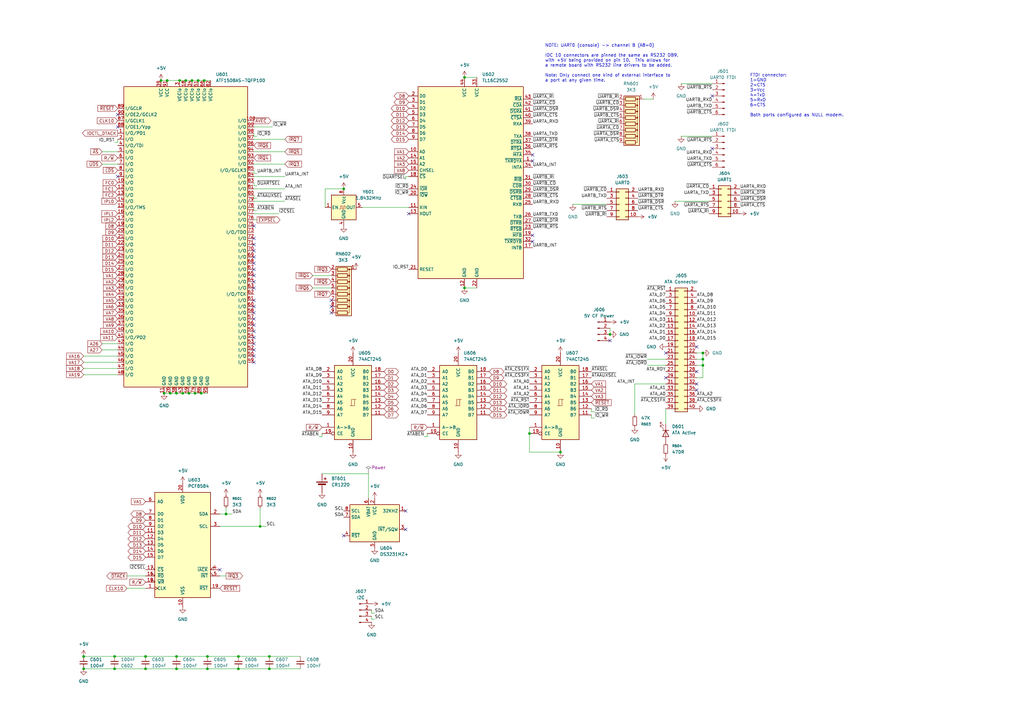
<source format=kicad_sch>
(kicad_sch (version 20250114) (generator "eeschema") (generator_version "9.0")
  (paper "A3")
  (text "FTDI connector:\n1=GND\n2=CTS\n3=Vcc\n4=TxD\n5=RxD\n6=CTS\n\nBoth ports configured as NULL modem." (at 307.594 39.116 0) (effects (font (size 1.27 1.27)) (justify left)))
  (text "NOTE: UART0 (console) -> channel B (A8=0)\n\nIDC 10 connectors are pinned the same as RS232 DB9,\nwith +5V being provided on pin 10.  This allows for\na remote board with RS232 line drivers to be added.\n\nNote: Only connect one kind of external interface to\na port at any given time." (at 223.52 25.908 0) (effects (font (size 1.27 1.27)) (justify left)))
  (junction (at 77.47 161.29))
  (junction (at 106.68 215.9))
  (junction (at 288.29 147.32))
  (junction (at 66.04 33.02))
  (junction (at 190.5 31.75))
  (junction (at 74.93 161.29))
  (junction (at 140.97 77.47))
  (junction (at 288.29 149.86))
  (junction (at 80.01 161.29))
  (junction (at 73.66 33.02))
  (junction (at 82.55 161.29))
  (junction (at 110.49 274.32))
  (junction (at 288.29 144.78))
  (junction (at 85.09 269.24))
  (junction (at 83.82 33.02))
  (junction (at 76.2 33.02))
  (junction (at 250.19 137.16))
  (junction (at 85.09 274.32))
  (junction (at 68.58 33.02))
  (junction (at 97.79 274.32))
  (junction (at 110.49 269.24))
  (junction (at 34.29 274.32))
  (junction (at 78.74 33.02))
  (junction (at 46.99 269.24))
  (junction (at 97.79 269.24))
  (junction (at 72.39 274.32))
  (junction (at 217.17 177.8))
  (junction (at 46.99 274.32))
  (junction (at 69.85 161.29))
  (junction (at 72.39 269.24))
  (junction (at 229.87 185.42))
  (junction (at 92.71 210.82))
  (junction (at 34.29 269.24))
  (junction (at 190.5 118.11))
  (junction (at 72.39 161.29))
  (junction (at 67.31 161.29))
  (junction (at 59.69 274.32))
  (junction (at 81.28 33.02))
  (junction (at 59.69 269.24))
  (no_connect (at 273.05 154.94))
  (no_connect (at 48.26 46.99))
  (no_connect (at 167.64 87.63))
  (no_connect (at 104.14 148.59))
  (no_connect (at 135.89 125.73))
  (no_connect (at 166.37 209.55))
  (no_connect (at 140.97 219.71))
  (no_connect (at 285.75 160.02))
  (no_connect (at 104.14 100.33))
  (no_connect (at 104.14 107.95))
  (no_connect (at 104.14 102.87))
  (no_connect (at 104.14 133.35))
  (no_connect (at 166.37 217.17))
  (no_connect (at 48.26 52.07))
  (no_connect (at 292.1 39.37))
  (no_connect (at 104.14 135.89))
  (no_connect (at 292.1 60.96))
  (no_connect (at 250.19 139.7))
  (no_connect (at 218.44 99.06))
  (no_connect (at 104.14 97.79))
  (no_connect (at 285.75 157.48))
  (no_connect (at 104.14 128.27))
  (no_connect (at 104.14 110.49))
  (no_connect (at 104.14 146.05))
  (no_connect (at 285.75 152.4))
  (no_connect (at 104.14 118.11))
  (no_connect (at 285.75 142.24))
  (no_connect (at 104.14 123.19))
  (no_connect (at 104.14 113.03))
  (no_connect (at 104.14 138.43))
  (no_connect (at 90.17 233.68))
  (no_connect (at 48.26 72.39))
  (no_connect (at 104.14 143.51))
  (no_connect (at 104.14 130.81))
  (no_connect (at 104.14 125.73))
  (no_connect (at 273.05 144.78))
  (no_connect (at 104.14 115.57))
  (no_connect (at 104.14 140.97))
  (no_connect (at 218.44 96.52))
  (no_connect (at 104.14 92.71))
  (no_connect (at 135.89 128.27))
  (no_connect (at 135.89 123.19))
  (no_connect (at 218.44 63.5))
  (no_connect (at 104.14 105.41))
  (no_connect (at 218.44 66.04))
  (wire (pts (xy 130.81 179.07) (xy 132.08 179.07)))
  (wire (pts (xy 80.01 161.29) (xy 82.55 161.29)))
  (wire (pts (xy 106.68 215.9) (xy 109.22 215.9)))
  (wire (pts (xy 276.86 82.55) (xy 290.83 82.55)))
  (wire (pts (xy 285.75 149.86) (xy 288.29 149.86)))
  (wire (pts (xy 104.14 76.2) (xy 104.14 74.93)))
  (wire (pts (xy 34.29 151.13) (xy 48.26 151.13)))
  (wire (pts (xy 85.09 269.24) (xy 97.79 269.24)))
  (wire (pts (xy 152.4 254) (xy 152.4 252.73)))
  (wire (pts (xy 132.08 179.07) (xy 132.08 177.8)))
  (wire (pts (xy 78.74 33.02) (xy 81.28 33.02)))
  (wire (pts (xy 41.91 143.51) (xy 48.26 143.51)))
  (wire (pts (xy 288.29 147.32) (xy 288.29 149.86)))
  (wire (pts (xy 67.31 161.29) (xy 69.85 161.29)))
  (wire (pts (xy 66.04 33.02) (xy 68.58 33.02)))
  (wire (pts (xy 190.5 118.11) (xy 195.58 118.11)))
  (wire (pts (xy 110.49 269.24) (xy 123.19 269.24)))
  (wire (pts (xy 242.57 168.91) (xy 242.57 167.64)))
  (wire (pts (xy 217.17 185.42) (xy 217.17 177.8)))
  (wire (pts (xy 97.79 274.32) (xy 110.49 274.32)))
  (wire (pts (xy 85.09 274.32) (xy 97.79 274.32)))
  (wire (pts (xy 175.26 179.07) (xy 175.26 177.8)))
  (wire (pts (xy 265.43 147.32) (xy 273.05 147.32)))
  (wire (pts (xy 68.58 33.02) (xy 73.66 33.02)))
  (wire (pts (xy 41.91 62.23) (xy 48.26 62.23)))
  (wire (pts (xy 104.14 57.15) (xy 116.84 57.15)))
  (wire (pts (xy 52.07 236.22) (xy 59.69 236.22)))
  (wire (pts (xy 77.47 161.29) (xy 80.01 161.29)))
  (wire (pts (xy 104.14 86.36) (xy 104.14 85.09)))
  (wire (pts (xy 104.14 82.55) (xy 116.84 82.55)))
  (wire (pts (xy 105.41 71.12) (xy 104.14 71.12)))
  (wire (pts (xy 104.14 77.47) (xy 116.84 77.47)))
  (wire (pts (xy 46.99 58.42) (xy 48.26 58.42)))
  (wire (pts (xy 234.95 83.82) (xy 248.92 83.82)))
  (wire (pts (xy 82.55 161.29) (xy 85.09 161.29)))
  (wire (pts (xy 106.68 215.9) (xy 106.68 208.28)))
  (wire (pts (xy 48.26 58.42) (xy 48.26 57.15)))
  (wire (pts (xy 34.29 274.32) (xy 46.99 274.32)))
  (wire (pts (xy 104.14 67.31) (xy 116.84 67.31)))
  (wire (pts (xy 279.4 34.29) (xy 292.1 34.29)))
  (wire (pts (xy 74.93 161.29) (xy 77.47 161.29)))
  (wire (pts (xy 265.43 149.86) (xy 273.05 149.86)))
  (wire (pts (xy 52.07 241.3) (xy 59.69 241.3)))
  (wire (pts (xy 90.17 210.82) (xy 92.71 210.82)))
  (wire (pts (xy 285.75 144.78) (xy 288.29 144.78)))
  (wire (pts (xy 133.35 85.09) (xy 133.35 77.47)))
  (wire (pts (xy 92.71 210.82) (xy 92.71 208.28)))
  (wire (pts (xy 34.29 153.67) (xy 48.26 153.67)))
  (wire (pts (xy 151.13 194.31) (xy 151.13 204.47)))
  (wire (pts (xy 152.4 251.46) (xy 152.4 250.19)))
  (wire (pts (xy 69.85 161.29) (xy 72.39 161.29)))
  (wire (pts (xy 104.14 52.07) (xy 111.76 52.07)))
  (wire (pts (xy 288.29 154.94) (xy 285.75 154.94)))
  (wire (pts (xy 128.27 113.03) (xy 135.89 113.03)))
  (wire (pts (xy 166.37 72.39) (xy 166.37 73.66)))
  (wire (pts (xy 167.64 72.39) (xy 166.37 72.39)))
  (wire (pts (xy 133.35 77.47) (xy 140.97 77.47)))
  (wire (pts (xy 97.79 269.24) (xy 110.49 269.24)))
  (wire (pts (xy 104.14 87.63) (xy 114.3 87.63)))
  (wire (pts (xy 92.71 210.82) (xy 95.25 210.82)))
  (wire (pts (xy 34.29 148.59) (xy 48.26 148.59)))
  (wire (pts (xy 34.29 146.05) (xy 48.26 146.05)))
  (wire (pts (xy 243.84 168.91) (xy 242.57 168.91)))
  (wire (pts (xy 217.17 175.26) (xy 217.17 177.8)))
  (wire (pts (xy 41.91 140.97) (xy 48.26 140.97)))
  (wire (pts (xy 288.29 149.86) (xy 288.29 154.94)))
  (wire (pts (xy 250.19 134.62) (xy 250.19 137.16)))
  (wire (pts (xy 260.35 157.48) (xy 273.05 157.48)))
  (wire (pts (xy 46.99 274.32) (xy 59.69 274.32)))
  (wire (pts (xy 173.99 179.07) (xy 175.26 179.07)))
  (wire (pts (xy 59.69 269.24) (xy 72.39 269.24)))
  (wire (pts (xy 273.05 167.64) (xy 273.05 173.99)))
  (wire (pts (xy 148.59 85.09) (xy 167.64 85.09)))
  (wire (pts (xy 105.41 90.17) (xy 104.14 90.17)))
  (wire (pts (xy 105.41 55.88) (xy 104.14 55.88)))
  (wire (pts (xy 104.14 62.23) (xy 116.84 62.23)))
  (wire (pts (xy 76.2 33.02) (xy 78.74 33.02)))
  (wire (pts (xy 229.87 185.42) (xy 217.17 185.42)))
  (wire (pts (xy 104.14 81.28) (xy 104.14 80.01)))
  (wire (pts (xy 46.99 269.24) (xy 59.69 269.24)))
  (wire (pts (xy 34.29 269.24) (xy 46.99 269.24)))
  (wire (pts (xy 105.41 81.28) (xy 104.14 81.28)))
  (wire (pts (xy 105.41 76.2) (xy 104.14 76.2)))
  (wire (pts (xy 285.75 147.32) (xy 288.29 147.32)))
  (wire (pts (xy 104.14 55.88) (xy 104.14 54.61)))
  (wire (pts (xy 73.66 33.02) (xy 76.2 33.02)))
  (wire (pts (xy 104.14 72.39) (xy 116.84 72.39)))
  (wire (pts (xy 279.4 55.88) (xy 292.1 55.88)))
  (wire (pts (xy 72.39 274.32) (xy 85.09 274.32)))
  (wire (pts (xy 243.84 171.45) (xy 242.57 171.45)))
  (wire (pts (xy 190.5 31.75) (xy 195.58 31.75)))
  (wire (pts (xy 105.41 86.36) (xy 104.14 86.36)))
  (wire (pts (xy 128.27 118.11) (xy 135.89 118.11)))
  (wire (pts (xy 110.49 274.32) (xy 123.19 274.32)))
  (wire (pts (xy 59.69 274.32) (xy 72.39 274.32)))
  (wire (pts (xy 41.91 67.31) (xy 48.26 67.31)))
  (wire (pts (xy 242.57 171.45) (xy 242.57 170.18)))
  (wire (pts (xy 72.39 269.24) (xy 85.09 269.24)))
  (wire (pts (xy 153.67 254) (xy 152.4 254)))
  (wire (pts (xy 260.35 157.48) (xy 260.35 170.18)))
  (wire (pts (xy 104.14 71.12) (xy 104.14 69.85)))
  (wire (pts (xy 153.67 251.46) (xy 152.4 251.46)))
  (wire (pts (xy 81.28 33.02) (xy 83.82 33.02)))
  (wire (pts (xy 288.29 144.78) (xy 288.29 147.32)))
  (wire (pts (xy 264.16 40.64) (xy 267.97 40.64)))
  (wire (pts (xy 90.17 215.9) (xy 106.68 215.9)))
  (wire (pts (xy 72.39 161.29) (xy 74.93 161.29)))
  (wire (pts (xy 83.82 33.02) (xy 86.36 33.02)))
  (wire (pts (xy 90.17 236.22) (xy 92.71 236.22)))
  (wire (pts (xy 132.08 194.31) (xy 151.13 194.31)))
  (label "~{UARTA_CTS}" (at 254 58.42 180))
  (label "ATA_INT" (at 116.84 77.47 0))
  (label "~{ATA_IOWR}" (at 265.43 147.32 180))
  (label "ATA_D4" (at 175.26 162.56 180))
  (label "~{ATASEL}" (at 116.84 82.55 0))
  (label "~{ATA_IORD}" (at 217.17 167.64 180))
  (label "ATA_D6" (at 175.26 167.64 180))
  (label "~{UARTB_CTS}" (at 254 48.26 180))
  (label "ATA_D5" (at 175.26 165.1 180))
  (label "~{UARTB_CD}" (at 218.44 76.2 0))
  (label "ATA_D15" (at 285.75 139.7 0))
  (label "~{UARTA_CD}" (at 218.44 43.18 0))
  (label "ATA_D5" (at 273.05 127 180))
  (label "~{UARTB_DSR}" (at 254 45.72 180))
  (label "ATA_D2" (at 175.26 157.48 180))
  (label "UARTB_TXD" (at 248.92 81.28 180))
  (label "~{DUARTSEL}" (at 166.37 73.66 180))
  (label "ATA_D10" (at 285.75 127 0))
  (label "ATA_D14" (at 132.08 167.64 180))
  (label "ATA_A1" (at 217.17 160.02 180))
  (label "UARTB_TXD" (at 292.1 44.45 180))
  (label "~{UARTB_CTS}" (at 261.62 86.36 0))
  (label "UARTA_INT" (at 218.44 68.58 0))
  (label "UARTB_INT" (at 105.41 71.12 0))
  (label "~{UARTB_RTS}" (at 248.92 86.36 180))
  (label "~{UARTA_RTS}" (at 290.83 85.09 180))
  (label "ATA_D11" (at 285.75 129.54 0))
  (label "~{UARTB_CD}" (at 248.92 78.74 180))
  (label "SDA" (at 140.97 212.09 180))
  (label "~{UARTA_DTR}" (at 218.44 58.42 0))
  (label "SDA" (at 95.25 210.82 0))
  (label "SCL" (at 140.97 209.55 180))
  (label "~{IO_RD}" (at 105.41 55.88 0))
  (label "~{UARTB_CTS}" (at 218.44 81.28 0))
  (label "~{IO_WR}" (at 167.64 80.01 180))
  (label "~{IO_WR}" (at 111.76 52.07 0))
  (label "~{UARTA_DSR}" (at 218.44 45.72 0))
  (label "~{UARTA_CD}" (at 254 53.34 180))
  (label "ATA_D1" (at 175.26 154.94 180))
  (label "~{DUARTSEL}" (at 105.41 76.2 0))
  (label "ATA_A0" (at 273.05 162.56 180))
  (label "~{UARTB_RTS}" (at 218.44 93.98 0))
  (label "~{UARTA_DSR}" (at 303.53 82.55 0))
  (label "ATA_D10" (at 132.08 157.48 180))
  (label "UARTA_TXD" (at 290.83 80.01 180))
  (label "IO_RST" (at 46.99 58.42 180))
  (label "UARTA_RXD" (at 218.44 50.8 0))
  (label "UARTB_INT" (at 218.44 101.6 0))
  (label "~{UARTA_CTS}" (at 292.1 68.58 180))
  (label "~{ATA_IOWR}" (at 217.17 170.18 180))
  (label "ATA_D2" (at 273.05 134.62 180))
  (label "~{ATA_CS1FX}" (at 273.05 165.1 180))
  (label "~{UARTA_RI}" (at 290.83 87.63 180))
  (label "~{UARTB_DSR}" (at 261.62 83.82 0))
  (label "~{ATA_IORD}" (at 265.43 149.86 180))
  (label "~{I2CSEL}" (at 114.3 87.63 0))
  (label "ATA_D12" (at 132.08 162.56 180))
  (label "ATA_D9" (at 285.75 124.46 0))
  (label "~{ATA_RST}" (at 273.05 119.38 180))
  (label "ATA_D12" (at 285.75 132.08 0))
  (label "UARTB_RXD" (at 261.62 78.74 0))
  (label "~{UARTB_DTR}" (at 261.62 81.28 0))
  (label "~{IO_RD}" (at 167.64 77.47 180))
  (label "~{UARTA_RI}" (at 218.44 40.64 0))
  (label "UARTA_TXD" (at 218.44 55.88 0))
  (label "ATA_A1" (at 273.05 160.02 180))
  (label "ATA_D14" (at 285.75 137.16 0))
  (label "ATA_A2" (at 217.17 162.56 180))
  (label "~{ATABEN}" (at 130.81 179.07 180))
  (label "UARTA_INT" (at 116.84 72.39 0))
  (label "~{UARTB_RI}" (at 254 40.64 180))
  (label "ATA_D7" (at 175.26 170.18 180))
  (label "ATA_D3" (at 175.26 160.02 180))
  (label "~{UARTA_RTS}" (at 218.44 60.96 0))
  (label "UARTB_TXD" (at 218.44 88.9 0))
  (label "~{UARTB_CTS}" (at 292.1 46.99 180))
  (label "UARTB_RXD" (at 292.1 41.91 180))
  (label "~{UARTA_RI}" (at 254 50.8 180))
  (label "UARTA_RXD" (at 303.53 77.47 0))
  (label "ATA_D9" (at 132.08 154.94 180))
  (label "~{UARTA_DTR}" (at 303.53 80.01 0))
  (label "ATA_INT" (at 260.35 157.48 180))
  (label "~{UARTA_DSR}" (at 254 55.88 180))
  (label "~{I2CSEL}" (at 59.69 233.68 180))
  (label "~{ATABEN}" (at 173.99 179.07 180))
  (label "~{UARTA_CTS}" (at 218.44 48.26 0))
  (label "~{ATA_CS1FX}" (at 217.17 152.4 180))
  (label "ATA_RDY" (at 273.05 152.4 180))
  (label "~{UARTA_RTS}" (at 292.1 58.42 180))
  (label "ATA_D7" (at 273.05 121.92 180))
  (label "~{ATA_CS3FX}" (at 217.17 154.94 180))
  (label "UARTA_TXD" (at 292.1 66.04 180))
  (label "SCL" (at 153.67 254 0))
  (label "~{ATAAUXSEL}" (at 242.57 154.94 0))
  (label "IO_RST" (at 167.64 110.49 180))
  (label "ATA_D6" (at 273.05 124.46 180))
  (label "ATA_D1" (at 273.05 137.16 180))
  (label "ATA_D8" (at 132.08 152.4 180))
  (label "~{UARTB_RI}" (at 248.92 88.9 180))
  (label "~{UARTB_CD}" (at 254 43.18 180))
  (label "~{ATABEN}" (at 105.41 86.36 0))
  (label "SCL" (at 109.22 215.9 0))
  (label "~{UARTA_CTS}" (at 303.53 85.09 0))
  (label "~{UARTA_CD}" (at 290.83 77.47 180))
  (label "~{ATAAUXSEL}" (at 105.41 81.28 0))
  (label "~{ATA_CS3FX}" (at 285.75 165.1 0))
  (label "ATA_D15" (at 132.08 170.18 180))
  (label "~{UARTB_DSR}" (at 218.44 78.74 0))
  (label "~{UARTB_RTS}" (at 292.1 36.83 180))
  (label "~{ATASEL}" (at 242.57 152.4 0))
  (label "ATA_D13" (at 132.08 165.1 180))
  (label "~{IO_WR}" (at 243.84 171.45 0))
  (label "UARTA_RXD" (at 292.1 63.5 180))
  (label "ATA_D3" (at 273.05 132.08 180))
  (label "~{UARTB_RI}" (at 218.44 73.66 0))
  (label "~{IO_RD}" (at 243.84 168.91 0))
  (label "~{UARTB_DTR}" (at 218.44 91.44 0))
  (label "ATA_D0" (at 273.05 139.7 180))
  (label "ATA_D4" (at 273.05 129.54 180))
  (label "ATA_D13" (at 285.75 134.62 0))
  (label "ATA_A2" (at 285.75 162.56 0))
  (label "ATA_A0" (at 217.17 157.48 180))
  (label "ATA_D11" (at 132.08 160.02 180))
  (label "~{ATA_RST}" (at 217.17 165.1 180))
  (label "ATA_D8" (at 285.75 121.92 0))
  (label "SDA" (at 153.67 251.46 0))
  (label "ATA_D0" (at 175.26 152.4 180))
  (label "UARTB_RXD" (at 218.44 83.82 0))
  (global_label "A26" (shape input) (at 41.91 140.97 180) (property "Intersheetrefs" "${INTERSHEET_REFS}" (effects (hide yes))))
  (global_label "VA1" (shape input) (at 242.57 157.48 0) (property "Intersheetrefs" "${INTERSHEET_REFS}" (effects (hide yes))))
  (global_label "VA16" (shape input) (at 34.29 146.05 180) (property "Intersheetrefs" "${INTERSHEET_REFS}" (effects (hide yes))))
  (global_label "VA9" (shape input) (at 48.26 133.35 180) (property "Intersheetrefs" "${INTERSHEET_REFS}" (effects (hide yes))))
  (global_label "D12" (shape bidirectional) (at 167.64 49.53 180) (property "Intersheetrefs" "${INTERSHEET_REFS}" (effects (hide yes))))
  (global_label "D8" (shape bidirectional) (at 200.66 152.4 0) (property "Intersheetrefs" "${INTERSHEET_REFS}" (effects (hide yes))))
  (global_label "IOCTL_DTACK" (shape output) (at 48.26 54.61 180) (property "Intersheetrefs" "${INTERSHEET_REFS}" (effects (hide yes))))
  (global_label "~{IRQ4}" (shape input) (at 128.27 113.03 180) (property "Intersheetrefs" "${INTERSHEET_REFS}" (effects (hide yes))))
  (global_label "D13" (shape bidirectional) (at 167.64 52.07 180) (property "Intersheetrefs" "${INTERSHEET_REFS}" (effects (hide yes))))
  (global_label "IPL2" (shape input) (at 48.26 90.17 180) (property "Intersheetrefs" "${INTERSHEET_REFS}" (effects (hide yes))))
  (global_label "~{LDS}" (shape input) (at 48.26 69.85 180) (property "Intersheetrefs" "${INTERSHEET_REFS}" (effects (hide yes))))
  (global_label "VA18" (shape input) (at 34.29 151.13 180) (property "Intersheetrefs" "${INTERSHEET_REFS}" (effects (hide yes))))
  (global_label "D0" (shape bidirectional) (at 157.48 152.4 0) (property "Intersheetrefs" "${INTERSHEET_REFS}" (effects (hide yes))))
  (global_label "R{slash}~{W}" (shape input) (at 132.08 175.26 180) (property "Intersheetrefs" "${INTERSHEET_REFS}" (effects (hide yes))))
  (global_label "FC1" (shape input) (at 48.26 77.47 180) (property "Intersheetrefs" "${INTERSHEET_REFS}" (effects (hide yes))))
  (global_label "~{IRQ3}" (shape input) (at 135.89 110.49 180) (property "Intersheetrefs" "${INTERSHEET_REFS}" (effects (hide yes))))
  (global_label "D9" (shape bidirectional) (at 200.66 154.94 0) (property "Intersheetrefs" "${INTERSHEET_REFS}" (effects (hide yes))))
  (global_label "VA2" (shape input) (at 242.57 160.02 0) (property "Intersheetrefs" "${INTERSHEET_REFS}" (effects (hide yes))))
  (global_label "CLK10" (shape input) (at 52.07 241.3 180) (property "Intersheetrefs" "${INTERSHEET_REFS}" (effects (hide yes))))
  (global_label "R{slash}~{W}" (shape input) (at 175.26 175.26 180) (property "Intersheetrefs" "${INTERSHEET_REFS}" (effects (hide yes))))
  (global_label "VA4" (shape input) (at 48.26 120.65 180) (property "Intersheetrefs" "${INTERSHEET_REFS}" (effects (hide yes))))
  (global_label "~{IRQ5}" (shape input) (at 116.84 62.23 0) (property "Intersheetrefs" "${INTERSHEET_REFS}" (effects (hide yes))))
  (global_label "VA8" (shape input) (at 167.64 69.85 180) (property "Intersheetrefs" "${INTERSHEET_REFS}" (effects (hide yes))))
  (global_label "A27" (shape input) (at 41.91 143.51 180) (property "Intersheetrefs" "${INTERSHEET_REFS}" (effects (hide yes))))
  (global_label "D9" (shape bidirectional) (at 167.64 41.91 180) (property "Intersheetrefs" "${INTERSHEET_REFS}" (effects (hide yes))))
  (global_label "D15" (shape input) (at 48.26 110.49 180) (property "Intersheetrefs" "${INTERSHEET_REFS}" (effects (hide yes))))
  (global_label "~{RESET}" (shape input) (at 48.26 44.45 180) (property "Intersheetrefs" "${INTERSHEET_REFS}" (effects (hide yes))))
  (global_label "D15" (shape bidirectional) (at 167.64 57.15 180) (property "Intersheetrefs" "${INTERSHEET_REFS}" (effects (hide yes))))
  (global_label "D14" (shape bidirectional) (at 200.66 167.64 0) (property "Intersheetrefs" "${INTERSHEET_REFS}" (effects (hide yes))))
  (global_label "VA1" (shape input) (at 167.64 62.23 180) (property "Intersheetrefs" "${INTERSHEET_REFS}" (effects (hide yes))))
  (global_label "~{RESET}" (shape input) (at 242.57 165.1 0) (property "Intersheetrefs" "${INTERSHEET_REFS}" (effects (hide yes))))
  (global_label "D7" (shape bidirectional) (at 157.48 170.18 0) (property "Intersheetrefs" "${INTERSHEET_REFS}" (effects (hide yes))))
  (global_label "D6" (shape bidirectional) (at 157.48 167.64 0) (property "Intersheetrefs" "${INTERSHEET_REFS}" (effects (hide yes))))
  (global_label "~{IRQ6}" (shape input) (at 104.14 59.69 0) (property "Intersheetrefs" "${INTERSHEET_REFS}" (effects (hide yes))))
  (global_label "~{EXPSEL}" (shape output) (at 105.41 90.17 0) (property "Intersheetrefs" "${INTERSHEET_REFS}" (effects (hide yes))))
  (global_label "D9" (shape input) (at 48.26 95.25 180) (property "Intersheetrefs" "${INTERSHEET_REFS}" (effects (hide yes))))
  (global_label "~{AS}" (shape input) (at 41.91 62.23 180) (property "Intersheetrefs" "${INTERSHEET_REFS}" (effects (hide yes))))
  (global_label "VA1" (shape input) (at 59.69 205.74 180) (property "Intersheetrefs" "${INTERSHEET_REFS}" (effects (hide yes))))
  (global_label "D9" (shape bidirectional) (at 59.69 213.36 180) (property "Intersheetrefs" "${INTERSHEET_REFS}" (effects (hide yes))))
  (global_label "VA11" (shape input) (at 48.26 138.43 180) (property "Intersheetrefs" "${INTERSHEET_REFS}" (effects (hide yes))))
  (global_label "VA10" (shape input) (at 48.26 135.89 180) (property "Intersheetrefs" "${INTERSHEET_REFS}" (effects (hide yes))))
  (global_label "D1" (shape bidirectional) (at 157.48 154.94 0) (property "Intersheetrefs" "${INTERSHEET_REFS}" (effects (hide yes))))
  (global_label "VA1" (shape input) (at 48.26 113.03 180) (property "Intersheetrefs" "${INTERSHEET_REFS}" (effects (hide yes))))
  (global_label "~{IRQ4}" (shape input) (at 104.14 64.77 0) (property "Intersheetrefs" "${INTERSHEET_REFS}" (effects (hide yes))))
  (global_label "D13" (shape bidirectional) (at 200.66 165.1 0) (property "Intersheetrefs" "${INTERSHEET_REFS}" (effects (hide yes))))
  (global_label "D4" (shape bidirectional) (at 157.48 162.56 0) (property "Intersheetrefs" "${INTERSHEET_REFS}" (effects (hide yes))))
  (global_label "D13" (shape input) (at 48.26 105.41 180) (property "Intersheetrefs" "${INTERSHEET_REFS}" (effects (hide yes))))
  (global_label "D14" (shape input) (at 48.26 107.95 180) (property "Intersheetrefs" "${INTERSHEET_REFS}" (effects (hide yes))))
  (global_label "~{IRQ3}" (shape output) (at 92.71 236.22 0) (property "Intersheetrefs" "${INTERSHEET_REFS}" (effects (hide yes))))
  (global_label "D8" (shape bidirectional) (at 167.64 39.37 180) (property "Intersheetrefs" "${INTERSHEET_REFS}" (effects (hide yes))))
  (global_label "D12" (shape input) (at 48.26 102.87 180) (property "Intersheetrefs" "${INTERSHEET_REFS}" (effects (hide yes))))
  (global_label "VA6" (shape input) (at 48.26 125.73 180) (property "Intersheetrefs" "${INTERSHEET_REFS}" (effects (hide yes))))
  (global_label "D10" (shape input) (at 48.26 97.79 180) (property "Intersheetrefs" "${INTERSHEET_REFS}" (effects (hide yes))))
  (global_label "~{DTACK}" (shape output) (at 52.07 236.22 180) (property "Intersheetrefs" "${INTERSHEET_REFS}" (effects (hide yes))))
  (global_label "D11" (shape input) (at 48.26 100.33 180) (property "Intersheetrefs" "${INTERSHEET_REFS}" (effects (hide yes))))
  (global_label "R{slash}~{W}" (shape input) (at 59.69 238.76 180) (property "Intersheetrefs" "${INTERSHEET_REFS}" (effects (hide yes))))
  (global_label "~{IRQ6}" (shape input) (at 128.27 118.11 180) (property "Intersheetrefs" "${INTERSHEET_REFS}" (effects (hide yes))))
  (global_label "VA17" (shape input) (at 34.29 148.59 180) (property "Intersheetrefs" "${INTERSHEET_REFS}" (effects (hide yes))))
  (global_label "~{IRQ7}" (shape input) (at 135.89 120.65 180) (property "Intersheetrefs" "${INTERSHEET_REFS}" (effects (hide yes))))
  (global_label "FC2" (shape input) (at 48.26 80.01 180) (property "Intersheetrefs" "${INTERSHEET_REFS}" (effects (hide yes))))
  (global_label "VA2" (shape input) (at 167.64 64.77 180) (property "Intersheetrefs" "${INTERSHEET_REFS}" (effects (hide yes))))
  (global_label "D14" (shape bidirectional) (at 167.64 54.61 180) (property "Intersheetrefs" "${INTERSHEET_REFS}" (effects (hide yes))))
  (global_label "D10" (shape bidirectional) (at 59.69 215.9 180) (property "Intersheetrefs" "${INTERSHEET_REFS}" (effects (hide yes))))
  (global_label "~{IRQ5}" (shape input) (at 135.89 115.57 180) (property "Intersheetrefs" "${INTERSHEET_REFS}" (effects (hide yes))))
  (global_label "D11" (shape bidirectional) (at 167.64 46.99 180) (property "Intersheetrefs" "${INTERSHEET_REFS}" (effects (hide yes))))
  (global_label "D8" (shape input) (at 48.26 92.71 180) (property "Intersheetrefs" "${INTERSHEET_REFS}" (effects (hide yes))))
  (global_label "IPL0" (shape input) (at 48.26 82.55 180) (property "Intersheetrefs" "${INTERSHEET_REFS}" (effects (hide yes))))
  (global_label "FC0" (shape input) (at 48.26 74.93 180) (property "Intersheetrefs" "${INTERSHEET_REFS}" (effects (hide yes))))
  (global_label "D15" (shape bidirectional) (at 200.66 170.18 0) (property "Intersheetrefs" "${INTERSHEET_REFS}" (effects (hide yes))))
  (global_label "VA5" (shape input) (at 48.26 123.19 180) (property "Intersheetrefs" "${INTERSHEET_REFS}" (effects (hide yes))))
  (global_label "VA3" (shape input) (at 48.26 118.11 180) (property "Intersheetrefs" "${INTERSHEET_REFS}" (effects (hide yes))))
  (global_label "D12" (shape bidirectional) (at 59.69 220.98 180) (property "Intersheetrefs" "${INTERSHEET_REFS}" (effects (hide yes))))
  (global_label "D10" (shape bidirectional) (at 167.64 44.45 180) (property "Intersheetrefs" "${INTERSHEET_REFS}" (effects (hide yes))))
  (global_label "IPL1" (shape input) (at 48.26 87.63 180) (property "Intersheetrefs" "${INTERSHEET_REFS}" (effects (hide yes))))
  (global_label "D11" (shape bidirectional) (at 59.69 218.44 180) (property "Intersheetrefs" "${INTERSHEET_REFS}" (effects (hide yes))))
  (global_label "VA2" (shape input) (at 48.26 115.57 180) (property "Intersheetrefs" "${INTERSHEET_REFS}" (effects (hide yes))))
  (global_label "D12" (shape bidirectional) (at 200.66 162.56 0) (property "Intersheetrefs" "${INTERSHEET_REFS}" (effects (hide yes))))
  (global_label "CLK10" (shape input) (at 48.26 49.53 180) (property "Intersheetrefs" "${INTERSHEET_REFS}" (effects (hide yes))))
  (global_label "D3" (shape bidirectional) (at 157.48 160.02 0) (property "Intersheetrefs" "${INTERSHEET_REFS}" (effects (hide yes))))
  (global_label "~{UDS}" (shape input) (at 41.91 67.31 180) (property "Intersheetrefs" "${INTERSHEET_REFS}" (effects (hide yes))))
  (global_label "D8" (shape bidirectional) (at 59.69 210.82 180) (property "Intersheetrefs" "${INTERSHEET_REFS}" (effects (hide yes))))
  (global_label "VA7" (shape input) (at 48.26 128.27 180) (property "Intersheetrefs" "${INTERSHEET_REFS}" (effects (hide yes))))
  (global_label "D14" (shape bidirectional) (at 59.69 226.06 180) (property "Intersheetrefs" "${INTERSHEET_REFS}" (effects (hide yes))))
  (global_label "D13" (shape bidirectional) (at 59.69 223.52 180) (property "Intersheetrefs" "${INTERSHEET_REFS}" (effects (hide yes))))
  (global_label "VA8" (shape input) (at 48.26 130.81 180) (property "Intersheetrefs" "${INTERSHEET_REFS}" (effects (hide yes))))
  (global_label "VA19" (shape input) (at 34.29 153.67 180) (property "Intersheetrefs" "${INTERSHEET_REFS}" (effects (hide yes))))
  (global_label "VA3" (shape input) (at 167.64 67.31 180) (property "Intersheetrefs" "${INTERSHEET_REFS}" (effects (hide yes))))
  (global_label "D5" (shape bidirectional) (at 157.48 165.1 0) (property "Intersheetrefs" "${INTERSHEET_REFS}" (effects (hide yes))))
  (global_label "VA3" (shape input) (at 242.57 162.56 0) (property "Intersheetrefs" "${INTERSHEET_REFS}" (effects (hide yes))))
  (global_label "D11" (shape bidirectional) (at 200.66 160.02 0) (property "Intersheetrefs" "${INTERSHEET_REFS}" (effects (hide yes))))
  (global_label "~{RESET}" (shape input) (at 90.17 241.3 0) (property "Intersheetrefs" "${INTERSHEET_REFS}" (effects (hide yes))))
  (global_label "D15" (shape bidirectional) (at 59.69 228.6 180) (property "Intersheetrefs" "${INTERSHEET_REFS}" (effects (hide yes))))
  (global_label "D10" (shape bidirectional) (at 200.66 157.48 0) (property "Intersheetrefs" "${INTERSHEET_REFS}" (effects (hide yes))))
  (global_label "~{IRQ7}" (shape input) (at 116.84 57.15 0) (property "Intersheetrefs" "${INTERSHEET_REFS}" (effects (hide yes))))
  (global_label "D2" (shape bidirectional) (at 157.48 157.48 0) (property "Intersheetrefs" "${INTERSHEET_REFS}" (effects (hide yes))))
  (global_label "~{AVEC}" (shape output) (at 104.14 49.53 0) (property "Intersheetrefs" "${INTERSHEET_REFS}" (effects (hide yes))))
  (global_label "~{IRQ3}" (shape input) (at 116.84 67.31 0) (property "Intersheetrefs" "${INTERSHEET_REFS}" (effects (hide yes))))
  (global_label "R{slash}~{W}" (shape input) (at 48.26 64.77 180) (property "Intersheetrefs" "${INTERSHEET_REFS}" (effects (hide yes))))
  (netclass_flag "" (length 2.54) (shape diamond) (at 151.13 194.31 0) (property "Netclass" "Power" (at 152.3365 191.77 0) (effects (justify left))))
  (symbol (lib_id "power:GND") (at 285.75 167.64 90) (unit 1)
    (property "Reference" "#PWR0628" (effects (hide yes)))
    (property "Value" "GND" (at 289.56 167.6399 90) (effects (justify right)))
    (property "Description" "Power symbol creates a global label with name \"GND\" , ground" (effects (hide yes)))
  )
  (symbol (lib_id "power:GND") (at 153.67 224.79 0) (unit 1)
    (property "Reference" "#PWR0604" (effects (hide yes)))
    (property "Value" "GND" (at 153.67 229.87 0))
    (property "Description" "Power symbol creates a global label with name \"GND\" , ground" (effects (hide yes)))
  )
  (symbol (lib_id "Device:C_Small") (at 123.19 271.78 0) (unit 1)
    (property "Reference" "C608" (at 125.73 270.5162 0) (effects (justify left)))
    (property "Value" "100nF" (at 125.73 273.0562 0) (effects (justify left)))
    (property "Footprint" "Capacitor_SMD:C_0805_2012Metric_Pad1.18x1.45mm_HandSolder" (effects (hide yes)))
    (property "Description" "Unpolarized capacitor, small symbol" (effects (hide yes)))
  )
  (symbol (lib_id "Device:R_Small") (at 92.71 205.74 0) (unit 1)
    (property "Reference" "R601" (at 95.25 204.4699 0) (effects (font (size 1.016 1.016)) (justify left)))
    (property "Value" "3K3" (at 95.25 207.0099 0) (effects (justify left)))
    (property "Footprint" "Resistor_SMD:R_0805_2012Metric_Pad1.20x1.40mm_HandSolder" (effects (hide yes)))
    (property "Description" "Resistor, small symbol" (effects (hide yes)))
  )
  (symbol (lib_id "Device:C_Small") (at 46.99 271.78 0) (mirror x) (unit 1)
    (property "Reference" "C602" (at 49.53 273.0438 0) (effects (justify left)))
    (property "Value" "100nF" (at 49.53 270.5038 0) (effects (justify left)))
    (property "Footprint" "Capacitor_SMD:C_0805_2012Metric_Pad1.18x1.45mm_HandSolder" (effects (hide yes)))
    (property "Description" "Unpolarized capacitor, small symbol" (effects (hide yes)))
  )
  (symbol (lib_id "power:+5V") (at 153.67 204.47 0) (unit 1)
    (property "Reference" "#PWR0605" (effects (hide yes)))
    (property "Value" "+5V" (at 153.67 199.39 0))
    (property "Description" "Power symbol creates a global label with name \"+5V\"" (effects (hide yes)))
  )
  (symbol (lib_id "power:GND") (at 74.93 248.92 0) (unit 1)
    (property "Reference" "#PWR0606" (effects (hide yes)))
    (property "Value" "GND" (at 74.93 254 0))
    (property "Description" "Power symbol creates a global label with name \"GND\" , ground" (effects (hide yes)))
  )
  (symbol (lib_id "Oscillator:CXO_DIP8") (at 140.97 85.09 0) (unit 1)
    (property "Reference" "Y601" (at 151.13 78.6698 0))
    (property "Value" "1.8432MHz" (at 151.13 81.2098 0))
    (property "Footprint" "Oscillator:Oscillator_DIP-8" (effects (hide yes)))
    (property "Datasheet" "http://cdn-reichelt.de/documents/datenblatt/B400/OSZI.pdf" (effects (hide yes)))
    (property "Description" "Crystal Clock Oscillator, DIP8-style metal package" (effects (hide yes)))
  )
  (symbol (lib_id "jrt-ICs:TL16C2552") (at 193.04 74.93 0) (unit 1)
    (property "Reference" "U602" (at 197.7233 30.48 0) (effects (justify left)))
    (property "Value" "TL16C2552" (at 197.7233 33.02 0) (effects (justify left)))
    (property "Footprint" "Package_LCC:PLCC-44_THT-Socket" (effects (hide yes)))
    (property "Datasheet" "https://www.ti.com/lit/ds/symlink/tl16c2552.pdf" (effects (hide yes)))
    (property "Description" "Dual TL16C550-compatible UART" (effects (hide yes)))
  )
  (symbol (lib_id "Device:R_Small") (at 273.05 184.15 0) (unit 1)
    (property "Reference" "R604" (at 275.59 182.8799 0) (effects (font (size 1.016 1.016)) (justify left)))
    (property "Value" "470R" (at 275.59 185.4199 0) (effects (justify left)))
    (property "Footprint" "Resistor_SMD:R_0805_2012Metric_Pad1.20x1.40mm_HandSolder" (effects (hide yes)))
    (property "Description" "Resistor, small symbol" (effects (hide yes)))
  )
  (symbol (lib_id "power:GND") (at 260.35 175.26 0) (unit 1)
    (property "Reference" "#PWR0627" (effects (hide yes)))
    (property "Value" "GND" (at 260.35 180.34 0))
    (property "Description" "Power symbol creates a global label with name \"GND\" , ground" (effects (hide yes)))
  )
  (symbol (lib_id "74xx:74HC245") (at 229.87 165.1 0) (unit 1)
    (property "Reference" "U607" (at 232.0133 144.78 0) (effects (justify left)))
    (property "Value" "74ACT245" (at 232.0133 147.32 0) (effects (justify left)))
    (property "Footprint" "Package_DIP:DIP-20_W7.62mm_Socket" (effects (hide yes)))
    (property "Datasheet" "http://www.ti.com/lit/gpn/sn74HC245" (effects (hide yes)))
    (property "Description" "Octal BUS Transceivers, 3-State outputs" (effects (hide yes)))
  )
  (symbol (lib_id "74xx:74HC245") (at 187.96 165.1 0) (unit 1)
    (property "Reference" "U606" (at 190.1033 144.78 0) (effects (justify left)))
    (property "Value" "74ACT245" (at 190.1033 147.32 0) (effects (justify left)))
    (property "Footprint" "Package_DIP:DIP-20_W7.62mm_Socket" (effects (hide yes)))
    (property "Datasheet" "http://www.ti.com/lit/gpn/sn74HC245" (effects (hide yes)))
    (property "Description" "Octal BUS Transceivers, 3-State outputs" (effects (hide yes)))
  )
  (symbol (lib_id "Device:R_Network08") (at 140.97 120.65 270) (unit 1)
    (property "Reference" "RN602" (at 140.716 104.14 90))
    (property "Value" "3K3" (at 140.716 106.68 90))
    (property "Footprint" "Resistor_THT:R_Array_SIP9" (effects (hide yes)))
    (property "Datasheet" "http://www.vishay.com/docs/31509/csc.pdf" (effects (hide yes)))
    (property "Description" "8 resistor network, star topology, bussed resistors, small symbol" (effects (hide yes)))
  )
  (symbol (lib_id "power:+5V") (at 146.05 110.49 0) (unit 1)
    (property "Reference" "#PWR0638" (effects (hide yes)))
    (property "Value" "+5V" (at 146.05 105.41 0))
    (property "Description" "Power symbol creates a global label with name \"+5V\"" (effects (hide yes)))
  )
  (symbol (lib_id "Device:C_Small") (at 85.09 271.78 0) (unit 1)
    (property "Reference" "C605" (at 87.63 270.5162 0) (effects (justify left)))
    (property "Value" "100nF" (at 87.63 273.0562 0) (effects (justify left)))
    (property "Footprint" "Capacitor_SMD:C_0805_2012Metric_Pad1.18x1.45mm_HandSolder" (effects (hide yes)))
    (property "Description" "Unpolarized capacitor, small symbol" (effects (hide yes)))
  )
  (symbol (lib_id "power:GND") (at 132.08 201.93 0) (unit 1)
    (property "Reference" "#PWR0603" (effects (hide yes)))
    (property "Value" "GND" (at 132.08 207.01 0))
    (property "Description" "Power symbol creates a global label with name \"GND\" , ground" (effects (hide yes)))
  )
  (symbol (lib_id "power:+5V") (at 34.29 269.24 0) (unit 1)
    (property "Reference" "#PWR0630" (effects (hide yes)))
    (property "Value" "+5V" (at 34.29 264.16 0))
    (property "Description" "Power symbol creates a global label with name \"+5V\"" (effects (hide yes)))
  )
  (symbol (lib_id "power:+5V") (at 152.4 247.65 270) (unit 1)
    (property "Reference" "#PWR0636" (effects (hide yes)))
    (property "Value" "+5V" (at 156.21 247.6499 90) (effects (justify left)))
    (property "Description" "Power symbol creates a global label with name \"+5V\"" (effects (hide yes)))
  )
  (symbol (lib_id "Connector_Generic:Conn_02x05_Odd_Even") (at 254 83.82 0) (unit 1)
    (property "Reference" "J603" (at 255.27 72.39 0))
    (property "Value" "UART0" (at 255.27 74.93 0))
    (property "Footprint" "Connector_IDC:IDC-Header_2x05_P2.54mm_Vertical" (effects (hide yes)))
    (property "Description" "Generic connector, double row, 02x05, odd/even pin numbering scheme (row 1 odd numbers, row 2 even numbers), script generated (kicad-library-utils/schlib/autogen/connector/)" (effects (hide yes)))
  )
  (symbol (lib_id "power:GND") (at 140.97 92.71 0) (unit 1)
    (property "Reference" "#PWR0609" (effects (hide yes)))
    (property "Value" "GND" (at 140.97 97.79 0))
    (property "Description" "Power symbol creates a global label with name \"GND\" , ground" (effects (hide yes)))
  )
  (symbol (lib_id "Device:C_Small") (at 72.39 271.78 0) (unit 1)
    (property "Reference" "C604" (at 74.93 270.5162 0) (effects (justify left)))
    (property "Value" "100nF" (at 74.93 273.0562 0) (effects (justify left)))
    (property "Footprint" "Capacitor_SMD:C_0805_2012Metric_Pad1.18x1.45mm_HandSolder" (effects (hide yes)))
    (property "Description" "Unpolarized capacitor, small symbol" (effects (hide yes)))
  )
  (symbol (lib_id "power:+5V") (at 229.87 144.78 0) (unit 1)
    (property "Reference" "#PWR0624" (effects (hide yes)))
    (property "Value" "+5V" (at 229.87 139.7 0))
    (property "Description" "Power symbol creates a global label with name \"+5V\"" (effects (hide yes)))
  )
  (symbol (lib_id "power:GND") (at 279.4 34.29 0) (unit 1)
    (property "Reference" "#PWR0613" (effects (hide yes)))
    (property "Value" "GND" (at 279.4 39.37 0))
    (property "Description" "Power symbol creates a global label with name \"GND\" , ground" (effects (hide yes)))
  )
  (symbol (lib_id "power:+5V") (at 267.97 40.64 0) (unit 1)
    (property "Reference" "#PWR0612" (effects (hide yes)))
    (property "Value" "+5V" (at 267.97 35.56 0))
    (property "Description" "Power symbol creates a global label with name \"+5V\"" (effects (hide yes)))
  )
  (symbol (lib_id "power:GND") (at 234.95 83.82 0) (unit 1)
    (property "Reference" "#PWR0615" (effects (hide yes)))
    (property "Value" "GND" (at 234.95 88.9 0))
    (property "Description" "Power symbol creates a global label with name \"GND\" , ground" (effects (hide yes)))
  )
  (symbol (lib_id "Interface_Expansion:PCF8584") (at 74.93 223.52 0) (unit 1)
    (property "Reference" "U603" (at 77.0733 196.85 0) (effects (justify left)))
    (property "Value" "PCF8584" (at 77.0733 199.39 0) (effects (justify left)))
    (property "Footprint" "Package_DIP:DIP-20_W7.62mm_Socket" (effects (hide yes)))
    (property "Datasheet" "http://www.nxp.com/docs/en/data-sheet/PCF8584.pdf" (effects (hide yes)))
    (property "Description" "I2C Bus Controller, DIP/SOIC-20" (effects (hide yes)))
  )
  (symbol (lib_id "Connector:Conn_01x06_Pin") (at 297.18 60.96 0) (mirror y) (unit 1)
    (property "Reference" "J602" (at 296.545 50.8 0))
    (property "Value" "UART1 FTDI" (at 296.545 53.34 0))
    (property "Footprint" "Connector_PinHeader_2.54mm:PinHeader_1x06_P2.54mm_Horizontal" (effects (hide yes)))
    (property "Description" "Generic connector, single row, 01x06, script generated" (effects (hide yes)))
  )
  (symbol (lib_id "power:+5V") (at 92.71 203.2 0) (unit 1)
    (property "Reference" "#PWR0601" (effects (hide yes)))
    (property "Value" "+5V" (at 92.71 198.12 0))
    (property "Description" "Power symbol creates a global label with name \"+5V\"" (effects (hide yes)))
  )
  (symbol (lib_id "Device:C_Small") (at 34.29 271.78 0) (unit 1)
    (property "Reference" "C601" (at 36.83 270.5162 0) (effects (justify left)))
    (property "Value" "100nF" (at 36.83 273.0562 0) (effects (justify left)))
    (property "Footprint" "Capacitor_SMD:C_0805_2012Metric_Pad1.18x1.45mm_HandSolder" (effects (hide yes)))
    (property "Description" "Unpolarized capacitor, small symbol" (effects (hide yes)))
  )
  (symbol (lib_id "power:GND") (at 288.29 144.78 90) (unit 1)
    (property "Reference" "#PWR0626" (effects (hide yes)))
    (property "Value" "GND" (at 292.1 144.7799 90) (effects (justify right)))
    (property "Description" "Power symbol creates a global label with name \"GND\" , ground" (effects (hide yes)))
  )
  (symbol (lib_id "Connector:Conn_01x04_Pin") (at 147.32 250.19 0) (unit 1)
    (property "Reference" "J607" (at 147.955 242.57 0))
    (property "Value" "I2C" (at 147.955 245.11 0))
    (property "Footprint" "Connector_PinHeader_2.54mm:PinHeader_1x04_P2.54mm_Vertical" (effects (hide yes)))
    (property "Description" "Generic connector, single row, 01x04, script generated" (effects (hide yes)))
  )
  (symbol (lib_id "power:+5V") (at 66.04 33.02 0) (unit 1)
    (property "Reference" "#PWR0632" (effects (hide yes)))
    (property "Value" "+5V" (at 66.04 27.94 0))
    (property "Description" "Power symbol creates a global label with name \"+5V\"" (effects (hide yes)))
  )
  (symbol (lib_id "Device:LED") (at 273.05 177.8 270) (unit 1)
    (property "Reference" "D601" (at 275.59 174.9424 90) (effects (justify left)))
    (property "Value" "ATA Active" (at 275.59 177.4824 90) (effects (justify left)))
    (property "Footprint" "LED_SMD:LED_0805_2012Metric_Pad1.15x1.40mm_HandSolder" (effects (hide yes)))
    (property "Description" "Light emitting diode" (effects (hide yes)))
    (property "Sim.Pins" "1=K 2=A" (effects (hide yes)))
  )
  (symbol (lib_id "Timer_RTC:DS3231MZ") (at 153.67 214.63 0) (unit 1)
    (property "Reference" "U604" (at 155.8133 224.79 0) (effects (justify left)))
    (property "Value" "DS3231MZ+" (at 155.8133 227.33 0) (effects (justify left)))
    (property "Footprint" "Package_SO:SOIC-8_3.9x4.9mm_P1.27mm" (effects (hide yes)))
    (property "Datasheet" "http://datasheets.maximintegrated.com/en/ds/DS3231M.pdf" (effects (hide yes)))
    (property "Description" "±5ppm, I2C Real-Time Clock SOIC-8" (effects (hide yes)))
  )
  (symbol (lib_id "74xx:74HC245") (at 144.78 165.1 0) (unit 1)
    (property "Reference" "U605" (at 146.9233 144.78 0) (effects (justify left)))
    (property "Value" "74ACT245" (at 146.9233 147.32 0) (effects (justify left)))
    (property "Footprint" "Package_DIP:DIP-20_W7.62mm_Socket" (effects (hide yes)))
    (property "Datasheet" "http://www.ti.com/lit/gpn/sn74HC245" (effects (hide yes)))
    (property "Description" "Octal BUS Transceivers, 3-State outputs" (effects (hide yes)))
  )
  (symbol (lib_id "power:GND") (at 279.4 55.88 0) (unit 1)
    (property "Reference" "#PWR0614" (effects (hide yes)))
    (property "Value" "GND" (at 279.4 60.96 0))
    (property "Description" "Power symbol creates a global label with name \"GND\" , ground" (effects (hide yes)))
  )
  (symbol (lib_id "Device:Battery_Cell") (at 132.08 199.39 0) (unit 1)
    (property "Reference" "BT601" (at 135.89 196.2784 0) (effects (justify left)))
    (property "Value" "CR1220" (at 135.89 198.8184 0) (effects (justify left)))
    (property "Footprint" "Battery:BatteryHolder_Keystone_500" (effects (hide yes)))
    (property "Description" "Single-cell battery" (effects (hide yes)))
  )
  (symbol (lib_id "power:GND") (at 144.78 185.42 0) (unit 1)
    (property "Reference" "#PWR0619" (effects (hide yes)))
    (property "Value" "GND" (at 144.78 190.5 0))
    (property "Description" "Power symbol creates a global label with name \"GND\" , ground" (effects (hide yes)))
  )
  (symbol (lib_id "power:GND") (at 273.05 142.24 270) (unit 1)
    (property "Reference" "#PWR0625" (effects (hide yes)))
    (property "Value" "GND" (at 269.24 142.2399 90) (effects (justify right)))
    (property "Description" "Power symbol creates a global label with name \"GND\" , ground" (effects (hide yes)))
  )
  (symbol (lib_id "Connector_Generic:Conn_02x05_Odd_Even") (at 295.91 82.55 0) (unit 1)
    (property "Reference" "J604" (at 297.18 71.12 0))
    (property "Value" "UART1" (at 297.18 73.66 0))
    (property "Footprint" "Connector_IDC:IDC-Header_2x05_P2.54mm_Vertical" (effects (hide yes)))
    (property "Description" "Generic connector, double row, 02x05, odd/even pin numbering scheme (row 1 odd numbers, row 2 even numbers), script generated (kicad-library-utils/schlib/autogen/connector/)" (effects (hide yes)))
  )
  (symbol (lib_id "power:+5V") (at 250.19 132.08 270) (unit 1)
    (property "Reference" "#PWR0634" (effects (hide yes)))
    (property "Value" "+5V" (at 254 132.0799 90) (effects (justify left)))
    (property "Description" "Power symbol creates a global label with name \"+5V\"" (effects (hide yes)))
  )
  (symbol (lib_id "power:GND") (at 190.5 118.11 0) (unit 1)
    (property "Reference" "#PWR0611" (effects (hide yes)))
    (property "Value" "GND" (at 190.5 123.19 0))
    (property "Description" "Power symbol creates a global label with name \"GND\" , ground" (effects (hide yes)))
  )
  (symbol (lib_id "power:GND") (at 152.4 255.27 0) (unit 1)
    (property "Reference" "#PWR0637" (effects (hide yes)))
    (property "Value" "GND" (at 152.4 260.35 0))
    (property "Description" "Power symbol creates a global label with name \"GND\" , ground" (effects (hide yes)))
  )
  (symbol (lib_id "power:GND") (at 187.96 185.42 0) (unit 1)
    (property "Reference" "#PWR0620" (effects (hide yes)))
    (property "Value" "GND" (at 187.96 190.5 0))
    (property "Description" "Power symbol creates a global label with name \"GND\" , ground" (effects (hide yes)))
  )
  (symbol (lib_id "power:GND") (at 250.19 137.16 90) (unit 1)
    (property "Reference" "#PWR0635" (effects (hide yes)))
    (property "Value" "GND" (at 254 137.1599 90) (effects (justify right)))
    (property "Description" "Power symbol creates a global label with name \"GND\" , ground" (effects (hide yes)))
  )
  (symbol (lib_id "Device:R_Network08") (at 259.08 50.8 270) (unit 1)
    (property "Reference" "RN601" (at 258.826 34.29 90))
    (property "Value" "3K3" (at 258.826 36.83 90))
    (property "Footprint" "Resistor_THT:R_Array_SIP9" (effects (hide yes)))
    (property "Datasheet" "http://www.vishay.com/docs/31509/csc.pdf" (effects (hide yes)))
    (property "Description" "8 resistor network, star topology, bussed resistors, small symbol" (effects (hide yes)))
  )
  (symbol (lib_id "Device:R_Small") (at 260.35 172.72 0) (mirror x) (unit 1)
    (property "Reference" "R603" (at 262.89 173.9901 0) (effects (font (size 1.016 1.016)) (justify left)))
    (property "Value" "47K" (at 262.89 171.4501 0) (effects (justify left)))
    (property "Footprint" "Resistor_SMD:R_0805_2012Metric_Pad1.20x1.40mm_HandSolder" (effects (hide yes)))
    (property "Description" "Resistor, small symbol" (effects (hide yes)))
  )
  (symbol (lib_id "Device:C_Small") (at 110.49 271.78 0) (unit 1)
    (property "Reference" "C607" (at 113.03 270.5162 0) (effects (justify left)))
    (property "Value" "100nF" (at 113.03 273.0562 0) (effects (justify left)))
    (property "Footprint" "Capacitor_SMD:C_0805_2012Metric_Pad1.18x1.45mm_HandSolder" (effects (hide yes)))
    (property "Description" "Unpolarized capacitor, small symbol" (effects (hide yes)))
  )
  (symbol (lib_id "power:+5V") (at 303.53 87.63 270) (unit 1)
    (property "Reference" "#PWR0618" (effects (hide yes)))
    (property "Value" "+5V" (at 307.34 87.6299 90) (effects (justify left)))
    (property "Description" "Power symbol creates a global label with name \"+5V\"" (effects (hide yes)))
  )
  (symbol (lib_id "Device:C_Small") (at 97.79 271.78 0) (unit 1)
    (property "Reference" "C606" (at 100.33 270.5162 0) (effects (justify left)))
    (property "Value" "100nF" (at 100.33 273.0562 0) (effects (justify left)))
    (property "Footprint" "Capacitor_SMD:C_0805_2012Metric_Pad1.18x1.45mm_HandSolder" (effects (hide yes)))
    (property "Description" "Unpolarized capacitor, small symbol" (effects (hide yes)))
  )
  (symbol (lib_id "power:+5V") (at 74.93 198.12 0) (unit 1)
    (property "Reference" "#PWR0607" (effects (hide yes)))
    (property "Value" "+5V" (at 74.93 193.04 0))
    (property "Description" "Power symbol creates a global label with name \"+5V\"" (effects (hide yes)))
  )
  (symbol (lib_id "Device:R_Small") (at 106.68 205.74 0) (unit 1)
    (property "Reference" "R602" (at 109.22 204.4699 0) (effects (font (size 1.016 1.016)) (justify left)))
    (property "Value" "3K3" (at 109.22 207.0099 0) (effects (justify left)))
    (property "Footprint" "Resistor_SMD:R_0805_2012Metric_Pad1.20x1.40mm_HandSolder" (effects (hide yes)))
    (property "Description" "Resistor, small symbol" (effects (hide yes)))
  )
  (symbol (lib_id "power:+5V") (at 106.68 203.2 0) (unit 1)
    (property "Reference" "#PWR0602" (effects (hide yes)))
    (property "Value" "+5V" (at 106.68 198.12 0))
    (property "Description" "Power symbol creates a global label with name \"+5V\"" (effects (hide yes)))
  )
  (symbol (lib_id "power:+5V") (at 190.5 31.75 0) (unit 1)
    (property "Reference" "#PWR0610" (effects (hide yes)))
    (property "Value" "+5V" (at 190.5 26.67 0))
    (property "Description" "Power symbol creates a global label with name \"+5V\"" (effects (hide yes)))
  )
  (symbol (lib_id "power:GND") (at 67.31 161.29 0) (unit 1)
    (property "Reference" "#PWR0633" (effects (hide yes)))
    (property "Value" "GND" (at 67.31 166.37 0))
    (property "Description" "Power symbol creates a global label with name \"GND\" , ground" (effects (hide yes)))
  )
  (symbol (lib_id "power:GND") (at 276.86 82.55 0) (unit 1)
    (property "Reference" "#PWR0617" (effects (hide yes)))
    (property "Value" "GND" (at 276.86 87.63 0))
    (property "Description" "Power symbol creates a global label with name \"GND\" , ground" (effects (hide yes)))
  )
  (symbol (lib_id "power:+5V") (at 261.62 88.9 270) (unit 1)
    (property "Reference" "#PWR0616" (effects (hide yes)))
    (property "Value" "+5V" (at 265.43 88.8999 90) (effects (justify left)))
    (property "Description" "Power symbol creates a global label with name \"+5V\"" (effects (hide yes)))
  )
  (symbol (lib_id "Connector_Generic:Conn_02x20_Odd_Even") (at 278.13 142.24 0) (unit 1)
    (property "Reference" "J605" (at 279.4 113.03 0))
    (property "Value" "ATA Connector" (at 279.4 115.57 0))
    (property "Footprint" "Connector_IDC:IDC-Header_2x20_P2.54mm_Vertical" (effects (hide yes)))
    (property "Description" "Generic connector, double row, 02x20, odd/even pin numbering scheme (row 1 odd numbers, row 2 even numbers), script generated (kicad-library-utils/schlib/autogen/connector/)" (effects (hide yes)))
  )
  (symbol (lib_id "power:+5V") (at 144.78 144.78 0) (unit 1)
    (property "Reference" "#PWR0622" (effects (hide yes)))
    (property "Value" "+5V" (at 144.78 139.7 0))
    (property "Description" "Power symbol creates a global label with name \"+5V\"" (effects (hide yes)))
  )
  (symbol (lib_id "power:+5V") (at 187.96 144.78 0) (unit 1)
    (property "Reference" "#PWR0623" (effects (hide yes)))
    (property "Value" "+5V" (at 187.96 139.7 0))
    (property "Description" "Power symbol creates a global label with name \"+5V\"" (effects (hide yes)))
  )
  (symbol (lib_id "jrt-ICs:ATF1508AS-TQFP100") (at 76.2 90.17 0) (unit 1)
    (property "Reference" "U601" (at 88.5033 30.48 0) (effects (justify left)))
    (property "Value" "ATF1508AS-TQFP100" (at 88.5033 33.02 0) (effects (justify left)))
    (property "Footprint" "Package_QFP:TQFP-100_14x14mm_P0.5mm" (effects (hide yes)))
  )
  (symbol (lib_id "Connector:Conn_01x06_Pin") (at 297.18 39.37 0) (mirror y) (unit 1)
    (property "Reference" "J601" (at 296.545 29.21 0))
    (property "Value" "UART0 FTDI" (at 296.545 31.75 0))
    (property "Footprint" "Connector_PinHeader_2.54mm:PinHeader_1x06_P2.54mm_Horizontal" (effects (hide yes)))
    (property "Description" "Generic connector, single row, 01x06, script generated" (effects (hide yes)))
  )
  (symbol (lib_id "Device:C_Small") (at 59.69 271.78 0) (unit 1)
    (property "Reference" "C603" (at 62.23 270.5162 0) (effects (justify left)))
    (property "Value" "100nF" (at 62.23 273.0562 0) (effects (justify left)))
    (property "Footprint" "Capacitor_SMD:C_0805_2012Metric_Pad1.18x1.45mm_HandSolder" (effects (hide yes)))
    (property "Description" "Unpolarized capacitor, small symbol" (effects (hide yes)))
  )
  (symbol (lib_id "Connector:Conn_01x04_Pin") (at 245.11 134.62 0) (unit 1)
    (property "Reference" "J606" (at 245.745 127 0))
    (property "Value" "5V CF Power" (at 245.745 129.54 0))
    (property "Footprint" "Connector_PinHeader_2.54mm:PinHeader_1x04_P2.54mm_Vertical" (effects (hide yes)))
    (property "Description" "Generic connector, single row, 01x04, script generated" (effects (hide yes)))
  )
  (symbol (lib_id "power:+5V") (at 273.05 186.69 180) (unit 1)
    (property "Reference" "#PWR0629" (effects (hide yes)))
    (property "Value" "+5V" (at 273.05 191.77 0))
    (property "Description" "Power symbol creates a global label with name \"+5V\"" (effects (hide yes)))
  )
  (symbol (lib_id "power:GND") (at 34.29 274.32 0) (unit 1)
    (property "Reference" "#PWR0631" (effects (hide yes)))
    (property "Value" "GND" (at 34.29 279.4 0))
    (property "Description" "Power symbol creates a global label with name \"GND\" , ground" (effects (hide yes)))
  )
  (symbol (lib_id "power:GND") (at 229.87 185.42 0) (unit 1)
    (property "Reference" "#PWR0621" (effects (hide yes)))
    (property "Value" "GND" (at 229.87 190.5 0))
    (property "Description" "Power symbol creates a global label with name \"GND\" , ground" (effects (hide yes)))
  )
  (symbol (lib_id "power:+5V") (at 140.97 77.47 0) (unit 1)
    (property "Reference" "#PWR0608" (effects (hide yes)))
    (property "Value" "+5V" (at 140.97 72.39 0))
    (property "Description" "Power symbol creates a global label with name \"+5V\"" (effects (hide yes)))
  )
)
</source>
